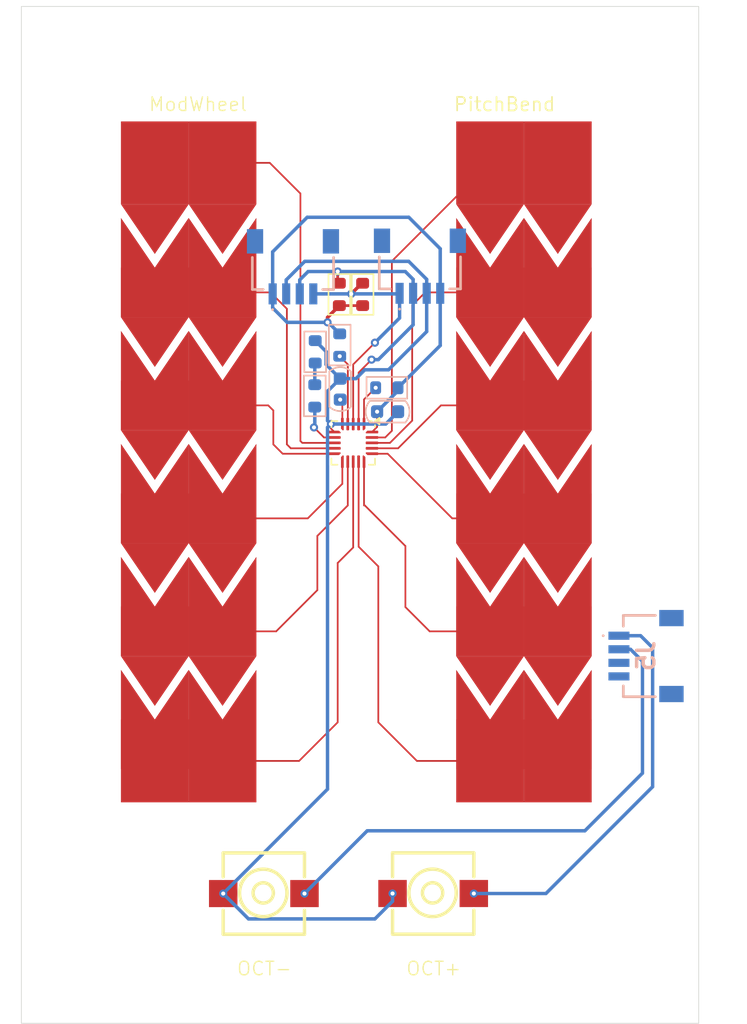
<source format=kicad_pcb>
(kicad_pcb (version 20241229) (generator "pcbnew") (generator_version "9.0")
  (layers (0 "F.Cu" signal) (2 "B.Cu" signal) (13 "F.Paste" user) (15 "B.Paste" user) (5 "F.SilkS" user "F.Silkscreen") (7 "B.SilkS" user "B.Silkscreen") (1 "F.Mask" user) (3 "B.Mask" user) (25 "Edge.Cuts" user))
  (net 0 "")
  (net 1 "GND")
  (net 2 "+3.3V")
  (net 3 "Net-(U1-VREG)")
  (net 4 "Net-(J1-Pin_6)")
  (net 5 "Net-(J1-Pin_5)")
  (net 6 "Net-(J1-Pin_3)")
  (net 7 "Net-(J1-Pin_4)")
  (net 8 "Net-(J1-Pin_1)")
  (net 9 "Net-(J1-Pin_2)")
  (net 10 "Net-(J2-Pin_6)")
  (net 11 "Net-(J2-Pin_1)")
  (net 12 "Net-(J2-Pin_5)")
  (net 13 "Net-(J2-Pin_2)")
  (net 14 "Net-(J2-Pin_3)")
  (net 15 "Net-(J2-Pin_4)")
  (net 16 "/SDA")
  (net 17 "/SCL")
  (net 18 "Net-(U1-REXT)")
  (net 19 "Net-(R1-Pad2)")
  (net 20 "Net-(U1-~{IRQ})")
  (net 21 "Net-(U1-ADDR)")
  (net 24 "Net-(J5-Pin_1)")
  (net 25 "Net-(J5-Pin_2)")
  (footprint "Package_DFN_QFN:UQFN-20_3x3mm_P0.4mm" (layer "F.Cu") (at 99.645 98.64 -90)
    (property "Reference" "U1" (hide yes))
    (property "Value" "MPR121QR2")
    (fp_line (start -1.61 1.61) (end -1.61 1.16) (stroke (width 0.12)) (layer "F.SilkS"))
    (fp_line (start -1.16 1.61) (end -1.61 1.61) (stroke (width 0.12)) (layer "F.SilkS"))
    (fp_line (start 1.16 1.61) (end 1.61 1.61) (stroke (width 0.12)) (layer "F.SilkS"))
    (fp_line (start 1.61 1.61) (end 1.61 1.16) (stroke (width 0.12)) (layer "F.SilkS"))
    (fp_line (start -1.61 -1.16) (end -1.61 -1.37) (stroke (width 0.12)) (layer "F.SilkS"))
    (fp_line (start -1.16 -1.61) (end -1.31 -1.61) (stroke (width 0.12)) (layer "F.SilkS"))
    (fp_line (start 1.16 -1.61) (end 1.61 -1.61) (stroke (width 0.12)) (layer "F.SilkS"))
    (fp_line (start 1.61 -1.61) (end 1.61 -1.16) (stroke (width 0.12)) (layer "F.SilkS"))
    (fp_poly (pts (xy -1.61 -1.61) (xy -1.85 -1.94) (xy -1.37 -1.94) (xy -1.61 -1.61)) (stroke (width 0.12)) (fill yes) (layer "F.SilkS"))
    (pad "1" smd custom (at -1.3875 -0.8 270) (size 0.115147 0.115147) (layers "F.Cu" "F.Mask" "F.Paste") (net 20 "Net-(U1-~{IRQ})") (options (clearance outline) (anchor circle)) (primitives (gr_poly (pts (xy -0.4225 -0.06) (xy 0.325931 -0.06) (xy 0.4225 0.036569) (xy 0.4225 0.06) (xy -0.4225 0.06)) (width 0.08) (fill yes))))
    (pad "2" smd roundrect (at -1.3875 -0.4 270) (size 0.925 0.2) (layers "F.Cu" "F.Mask" "F.Paste") (net 17 "/SCL"))
    (pad "3" smd roundrect (at -1.3875 0 270) (size 0.925 0.2) (layers "F.Cu" "F.Mask" "F.Paste") (net 16 "/SDA"))
    (pad "4" smd roundrect (at -1.3875 0.4 270) (size 0.925 0.2) (layers "F.Cu" "F.Mask" "F.Paste") (net 21 "Net-(U1-ADDR)"))
    (pad "5" smd custom (at -1.3875 0.8 270) (size 0.115147 0.115147) (layers "F.Cu" "F.Mask" "F.Paste") (net 3 "Net-(U1-VREG)") (options (clearance outline) (anchor circle)) (primitives (gr_poly (pts (xy -0.4225 -0.06) (xy 0.4225 -0.06) (xy 0.4225 -0.036569) (xy 0.325931 0.06) (xy -0.4225 0.06)) (width 0.08) (fill yes))))
    (pad "6" smd custom (at -0.8 1.3875 270) (size 0.115147 0.115147) (layers "F.Cu" "F.Mask" "F.Paste") (net 1 "GND") (options (clearance outline) (anchor circle)) (primitives (gr_poly (pts (xy -0.06 -0.325931) (xy 0.036569 -0.4225) (xy 0.06 -0.4225) (xy 0.06 0.4225) (xy -0.06 0.4225)) (width 0.08) (fill yes))))
    (pad "7" smd roundrect (at -0.4 1.3875 270) (size 0.2 0.925) (layers "F.Cu" "F.Mask" "F.Paste") (net 18 "Net-(U1-REXT)"))
    (pad "8" smd roundrect (at 0 1.3875 270) (size 0.2 0.925) (layers "F.Cu" "F.Mask" "F.Paste") (net 4 "Net-(J1-Pin_6)"))
    (pad "9" smd roundrect (at 0.4 1.3875 270) (size 0.2 0.925) (layers "F.Cu" "F.Mask" "F.Paste") (net 5 "Net-(J1-Pin_5)"))
    (pad "10" smd custom (at 0.8 1.3875 270) (size 0.115147 0.115147) (layers "F.Cu" "F.Mask" "F.Paste") (net 7 "Net-(J1-Pin_4)") (options (clearance outline) (anchor circle)) (primitives (gr_poly (pts (xy -0.06 -0.4225) (xy -0.036569 -0.4225) (xy 0.06 -0.325931) (xy 0.06 0.4225) (xy -0.06 0.4225)) (width 0.08) (fill yes))))
    (pad "11" smd custom (at 1.3875 0.8 270) (size 0.115147 0.115147) (layers "F.Cu" "F.Mask" "F.Paste") (net 6 "Net-(J1-Pin_3)") (options (clearance outline) (anchor circle)) (primitives (gr_poly (pts (xy -0.4225 -0.06) (xy 0.4225 -0.06) (xy 0.4225 0.06) (xy -0.325931 0.06) (xy -0.4225 -0.036569)) (width 0.08) (fill yes))))
    (pad "12" smd roundrect (at 1.3875 0.4 270) (size 0.925 0.2) (layers "F.Cu" "F.Mask" "F.Paste") (net 9 "Net-(J1-Pin_2)"))
    (pad "13" smd roundrect (at 1.3875 0 270) (size 0.925 0.2) (layers "F.Cu" "F.Mask" "F.Paste") (net 8 "Net-(J1-Pin_1)"))
    (pad "14" smd roundrect (at 1.3875 -0.4 270) (size 0.925 0.2) (layers "F.Cu" "F.Mask" "F.Paste") (net 11 "Net-(J2-Pin_1)"))
    (pad "15" smd custom (at 1.3875 -0.8 270) (size 0.115147 0.115147) (layers "F.Cu" "F.Mask" "F.Paste") (net 13 "Net-(J2-Pin_2)") (options (clearance outline) (anchor circle)) (primitives (gr_poly (pts (xy -0.4225 0.036569) (xy -0.325931 -0.06) (xy 0.4225 -0.06) (xy 0.4225 0.06) (xy -0.4225 0.06)) (width 0.08) (fill yes))))
    (pad "16" smd custom (at 0.8 -1.3875 270) (size 0.115147 0.115147) (layers "F.Cu" "F.Mask" "F.Paste") (net 14 "Net-(J2-Pin_3)") (options (clearance outline) (anchor circle)) (primitives (gr_poly (pts (xy -0.06 -0.4225) (xy 0.06 -0.4225) (xy 0.06 0.325931) (xy -0.036569 0.4225) (xy -0.06 0.4225)) (width 0.08) (fill yes))))
    (pad "17" smd roundrect (at 0.4 -1.3875 270) (size 0.2 0.925) (layers "F.Cu" "F.Mask" "F.Paste") (net 15 "Net-(J2-Pin_4)"))
    (pad "18" smd roundrect (at 0 -1.3875 270) (size 0.2 0.925) (layers "F.Cu" "F.Mask" "F.Paste") (net 12 "Net-(J2-Pin_5)"))
    (pad "19" smd roundrect (at -0.4 -1.3875 270) (size 0.2 0.925) (layers "F.Cu" "F.Mask" "F.Paste") (net 10 "Net-(J2-Pin_6)"))
    (pad "20" smd custom (at -0.8 -1.3875 270) (size 0.115147 0.115147) (layers "F.Cu" "F.Mask" "F.Paste") (net 2 "+3.3V") (options (clearance outline) (anchor circle)) (primitives (gr_poly (pts (xy -0.06 -0.4225) (xy 0.06 -0.4225) (xy 0.06 0.4225) (xy 0.036569 0.4225) (xy -0.06 0.325931)) (width 0.08) (fill yes))))
  )
  (footprint "MountingHole:MountingHole_3.2mm_M3" (layer "F.Cu") (at 80.15 69.45)
    (property "Reference" "H1" (hide yes))
    (property "Value" "MountingHole_M3")
    (pad "" np_thru_hole circle (at 0 0) (size 3.2 3.2) (drill 3.2) (layers "*.Cu" "*.Mask"))
  )
  (footprint "PCM_Resistor_SMD_AKL:R_0603_1608Metric" (layer "F.Cu") (at 100.34175 87.69 90)
    (property "Reference" "R5" (hide yes))
    (property "Value" "10k" (hide yes))
    (fp_line (start 1.5 -0.8) (end -1.5 -0.8) (stroke (width 0.12)) (layer "F.SilkS"))
    (fp_line (start -1.5 -0.8) (end -1.5 0.8) (stroke (width 0.12)) (layer "F.SilkS"))
    (fp_line (start 1.5 0.8) (end 1.5 -0.8) (stroke (width 0.12)) (layer "F.SilkS"))
    (fp_line (start -1.5 0.8) (end 1.5 0.8) (stroke (width 0.12)) (layer "F.SilkS"))
    (pad "1" smd roundrect (at -0.825 0 90) (size 0.8 0.95) (layers "F.Cu" "F.Mask" "F.Paste") (net 2 "+3.3V"))
    (pad "2" smd roundrect (at 0.825 0 90) (size 0.8 0.95) (layers "F.Cu" "F.Mask" "F.Paste") (net 16 "/SDA"))
  )
  (footprint "1MyLibrary:KEY-SMD_2P-L6.0-W6.0-P6.00" (layer "F.Cu") (at 105.55 131.877)
    (property "Reference" "SW1" (hide yes))
    (property "Value" "OCT+")
    (fp_line (start -3 -3) (end -3 -1.231) (stroke (width 0.254)) (layer "F.SilkS"))
    (fp_line (start -3 1.231) (end -3 3) (stroke (width 0.254)) (layer "F.SilkS"))
    (fp_line (start -3 3) (end 3 3) (stroke (width 0.254)) (layer "F.SilkS"))
    (fp_line (start 3 -3) (end -3 -3) (stroke (width 0.254)) (layer "F.SilkS"))
    (fp_line (start 3 -1.231) (end 3 -3) (stroke (width 0.254)) (layer "F.SilkS"))
    (fp_line (start 3 3) (end 3 1.231) (stroke (width 0.254)) (layer "F.SilkS"))
    (fp_circle (center -0.044 -0.0485) (end 0.705 -0.0485) (stroke (width 0.254)) (fill no) (layer "F.SilkS"))
    (fp_circle (center -0.044 -0.0485) (end 1.706 -0.0485) (stroke (width 0.254)) (fill no) (layer "F.SilkS"))
    (pad "1" smd rect (at -3 0) (size 2.1 2) (layers "F.Cu" "F.Mask" "F.Paste") (net 1 "GND"))
    (pad "2" smd rect (at 3 0) (size 2.1 2) (layers "F.Cu" "F.Mask" "F.Paste") (net 24 "Net-(J5-Pin_1)"))
  )
  (footprint "PCM_Resistor_SMD_AKL:R_0603_1608Metric" (layer "F.Cu") (at 98.62175 87.69 90)
    (property "Reference" "R6" (hide yes))
    (property "Value" "10k" (hide yes))
    (fp_line (start 1.5 -0.8) (end -1.5 -0.8) (stroke (width 0.12)) (layer "F.SilkS"))
    (fp_line (start -1.5 -0.8) (end -1.5 0.8) (stroke (width 0.12)) (layer "F.SilkS"))
    (fp_line (start 1.5 0.8) (end 1.5 -0.8) (stroke (width 0.12)) (layer "F.SilkS"))
    (fp_line (start -1.5 0.8) (end 1.5 0.8) (stroke (width 0.12)) (layer "F.SilkS"))
    (pad "1" smd roundrect (at -0.825 0 90) (size 0.8 0.95) (layers "F.Cu" "F.Mask" "F.Paste") (net 2 "+3.3V"))
    (pad "2" smd roundrect (at 0.825 0 90) (size 0.8 0.95) (layers "F.Cu" "F.Mask" "F.Paste") (net 17 "/SCL"))
  )
  (footprint "MountingHole:MountingHole_3.2mm_M3" (layer "F.Cu") (at 80.15 136.45)
    (property "Reference" "H3" (hide yes))
    (property "Value" "MountingHole_M3")
    (pad "" np_thru_hole circle (at 0 0) (size 3.2 3.2) (drill 3.2) (layers "*.Cu" "*.Mask"))
  )
  (footprint "MountingHole:MountingHole_3.2mm_M3" (layer "F.Cu") (at 122.15 136.45)
    (property "Reference" "H4" (hide yes))
    (property "Value" "MountingHole_M3")
    (pad "" np_thru_hole circle (at 0 0) (size 3.2 3.2) (drill 3.2) (layers "*.Cu" "*.Mask"))
  )
  (footprint "1MyLibrary:TouchSlider-6_50x10mm" (layer "F.Cu") (at 112.25 100.041668 90)
    (property "Reference" "J2" (hide yes))
    (property "Value" "PitchBend")
    (pad "1" smd rect (at -22.055555 -2.5 90) (size 6.111111 5) (layers "F.Cu" "F.Mask") (net 11 "Net-(J2-Pin_1)"))
    (pad "1" smd rect (at -22.055555 2.5 90) (size 6.111111 5) (layers "F.Cu" "F.Mask") (net 11 "Net-(J2-Pin_1)"))
    (pad "1" smd trapezoid (at -19 -3.75 90) (size 3.666666 2.5) (rect_delta 0 -3.666666) (layers "F.Cu" "F.Mask") (net 11 "Net-(J2-Pin_1)"))
    (pad "1" smd trapezoid (at -19 -1.25 90) (size 3.666666 2.5) (rect_delta 0 3.666666) (layers "F.Cu" "F.Mask") (net 11 "Net-(J2-Pin_1)"))
    (pad "1" smd trapezoid (at -19 1.25 90) (size 3.666666 2.5) (rect_delta 0 -3.666666) (layers "F.Cu" "F.Mask") (net 11 "Net-(J2-Pin_1)"))
    (pad "1" smd trapezoid (at -19 3.75 90) (size 3.666666 2.5) (rect_delta 0 3.666666) (layers "F.Cu" "F.Mask") (net 11 "Net-(J2-Pin_1)"))
    (pad "2" smd trapezoid (at -16.166666 -2.5 90) (size 3.666666 2.5) (rect_delta -2.5 0) (layers "F.Cu" "F.Mask") (net 13 "Net-(J2-Pin_2)"))
    (pad "2" smd trapezoid (at -16.166666 2.5 90) (size 3.666666 2.5) (rect_delta -2.5 0) (layers "F.Cu" "F.Mask") (net 13 "Net-(J2-Pin_2)"))
    (pad "2" smd rect (at -12.5 -2.5 90) (size 3.666666 5) (layers "F.Cu" "F.Mask") (net 13 "Net-(J2-Pin_2)"))
    (pad "2" smd rect (at -12.5 2.5 90) (size 3.666666 5) (layers "F.Cu" "F.Mask") (net 13 "Net-(J2-Pin_2)"))
    (pad "2" smd trapezoid (at -10.666667 -3.75 90) (size 3.666666 2.5) (rect_delta 0 -3.666666) (layers "F.Cu" "F.Mask") (net 13 "Net-(J2-Pin_2)"))
    (pad "2" smd trapezoid (at -10.666667 -1.25 90) (size 3.666666 2.5) (rect_delta 0 3.666666) (layers "F.Cu" "F.Mask") (net 13 "Net-(J2-Pin_2)"))
    (pad "2" smd trapezoid (at -10.666667 1.25 90) (size 3.666666 2.5) (rect_delta 0 -3.666666) (layers "F.Cu" "F.Mask") (net 13 "Net-(J2-Pin_2)"))
    (pad "2" smd trapezoid (at -10.666667 3.75 90) (size 3.666666 2.5) (rect_delta 0 3.666666) (layers "F.Cu" "F.Mask") (net 13 "Net-(J2-Pin_2)"))
    (pad "3" smd trapezoid (at -7.833333 -2.5 90) (size 3.666666 2.5) (rect_delta -2.5 0) (layers "F.Cu" "F.Mask") (net 14 "Net-(J2-Pin_3)"))
    (pad "3" smd trapezoid (at -7.833333 2.5 90) (size 3.666666 2.5) (rect_delta -2.5 0) (layers "F.Cu" "F.Mask") (net 14 "Net-(J2-Pin_3)"))
    (pad "3" smd rect (at -4.166667 -2.5 90) (size 3.666666 5) (layers "F.Cu" "F.Mask") (net 14 "Net-(J2-Pin_3)"))
    (pad "3" smd rect (at -4.166667 2.5 90) (size 3.666666 5) (layers "F.Cu" "F.Mask") (net 14 "Net-(J2-Pin_3)"))
    (pad "3" smd trapezoid (at -2.333334 -3.75 90) (size 3.666666 2.5) (rect_delta 0 -3.666666) (layers "F.Cu" "F.Mask") (net 14 "Net-(J2-Pin_3)"))
    (pad "3" smd trapezoid (at -2.333334 -1.25 90) (size 3.666666 2.5) (rect_delta 0 3.666666) (layers "F.Cu" "F.Mask") (net 14 "Net-(J2-Pin_3)"))
    (pad "3" smd trapezoid (at -2.333334 1.25 90) (size 3.666666 2.5) (rect_delta 0 -3.666666) (layers "F.Cu" "F.Mask") (net 14 "Net-(J2-Pin_3)"))
    (pad "3" smd trapezoid (at -2.333334 3.75 90) (size 3.666666 2.5) (rect_delta 0 3.666666) (layers "F.Cu" "F.Mask") (net 14 "Net-(J2-Pin_3)"))
    (pad "4" smd trapezoid (at 0.5 -2.5 90) (size 3.666666 2.5) (rect_delta -2.5 0) (layers "F.Cu" "F.Mask") (net 15 "Net-(J2-Pin_4)"))
    (pad "4" smd trapezoid (at 0.5 2.5 90) (size 3.666666 2.5) (rect_delta -2.5 0) (layers "F.Cu" "F.Mask") (net 15 "Net-(J2-Pin_4)"))
    (pad "4" smd rect (at 4.166666 -2.5 90) (size 3.666666 5) (layers "F.Cu" "F.Mask") (net 15 "Net-(J2-Pin_4)"))
    (pad "4" smd rect (at 4.166666 2.5 90) (size 3.666666 5) (layers "F.Cu" "F.Mask") (net 15 "Net-(J2-Pin_4)"))
    (pad "4" smd trapezoid (at 5.999999 -3.75 90) (size 3.666666 2.5) (rect_delta 0 -3.666666) (layers "F.Cu" "F.Mask") (net 15 "Net-(J2-Pin_4)"))
    (pad "4" smd trapezoid (at 5.999999 -1.25 90) (size 3.666666 2.5) (rect_delta 0 3.666666) (layers "F.Cu" "F.Mask") (net 15 "Net-(J2-Pin_4)"))
    (pad "4" smd trapezoid (at 5.999999 1.25 90) (size 3.666666 2.5) (rect_delta 0 -3.666666) (layers "F.Cu" "F.Mask") (net 15 "Net-(J2-Pin_4)"))
    (pad "4" smd trapezoid (at 5.999999 3.75 90) (size 3.666666 2.5) (rect_delta 0 3.666666) (layers "F.Cu" "F.Mask") (net 15 "Net-(J2-Pin_4)"))
    (pad "5" smd trapezoid (at 8.833333 -2.5 90) (size 3.666666 2.5) (rect_delta -2.5 0) (layers "F.Cu" "F.Mask") (net 12 "Net-(J2-Pin_5)"))
    (pad "5" smd trapezoid (at 8.833333 2.5 90) (size 3.666666 2.5) (rect_delta -2.5 0) (layers "F.Cu" "F.Mask") (net 12 "Net-(J2-Pin_5)"))
    (pad "5" smd rect (at 12.499999 -2.5 90) (size 3.666666 5) (layers "F.Cu" "F.Mask") (net 12 "Net-(J2-Pin_5)"))
    (pad "5" smd rect (at 12.499999 2.5 90) (size 3.666666 5) (layers "F.Cu" "F.Mask") (net 12 "Net-(J2-Pin_5)"))
    (pad "5" smd trapezoid (at 14.333332 -3.75 90) (size 3.666666 2.5) (rect_delta 0 -3.666666) (layers "F.Cu" "F.Mask") (net 12 "Net-(J2-Pin_5)"))
    (pad "5" smd trapezoid (at 14.333332 -1.25 90) (size 3.666666 2.5) (rect_delta 0 3.666666) (layers "F.Cu" "F.Mask") (net 12 "Net-(J2-Pin_5)"))
    (pad "5" smd trapezoid (at 14.333332 1.25 90) (size 3.666666 2.5) (rect_delta 0 -3.666666) (layers "F.Cu" "F.Mask") (net 12 "Net-(J2-Pin_5)"))
    (pad "5" smd trapezoid (at 14.333332 3.75 90) (size 3.666666 2.5) (rect_delta 0 3.666666) (layers "F.Cu" "F.Mask") (net 12 "Net-(J2-Pin_5)"))
    (pad "6" smd trapezoid (at 17.166666 -2.5 90) (size 3.666666 2.5) (rect_delta -2.5 0) (layers "F.Cu" "F.Mask") (net 10 "Net-(J2-Pin_6)"))
    (pad "6" smd trapezoid (at 17.166666 2.5 90) (size 3.666666 2.5) (rect_delta -2.5 0) (layers "F.Cu" "F.Mask") (net 10 "Net-(J2-Pin_6)"))
    (pad "6" smd rect (at 22.055554 -2.5 90) (size 6.11111 5) (layers "F.Cu" "F.Mask") (net 10 "Net-(J2-Pin_6)"))
    (pad "6" smd rect (at 22.055554 2.5 90) (size 6.11111 5) (layers "F.Cu" "F.Mask") (net 10 "Net-(J2-Pin_6)"))
  )
  (footprint "1MyLibrary:TouchSlider-6_50x10mm" (layer "F.Cu") (at 87.5 100.041668 90)
    (property "Reference" "J1" (hide yes))
    (property "Value" "ModWheel")
    (pad "1" smd rect (at -22.055555 -2.5 90) (size 6.111111 5) (layers "F.Cu" "F.Mask") (net 8 "Net-(J1-Pin_1)"))
    (pad "1" smd rect (at -22.055555 2.5 90) (size 6.111111 5) (layers "F.Cu" "F.Mask") (net 8 "Net-(J1-Pin_1)"))
    (pad "1" smd trapezoid (at -19 -3.75 90) (size 3.666666 2.5) (rect_delta 0 -3.666666) (layers "F.Cu" "F.Mask") (net 8 "Net-(J1-Pin_1)"))
    (pad "1" smd trapezoid (at -19 -1.25 90) (size 3.666666 2.5) (rect_delta 0 3.666666) (layers "F.Cu" "F.Mask") (net 8 "Net-(J1-Pin_1)"))
    (pad "1" smd trapezoid (at -19 1.25 90) (size 3.666666 2.5) (rect_delta 0 -3.666666) (layers "F.Cu" "F.Mask") (net 8 "Net-(J1-Pin_1)"))
    (pad "1" smd trapezoid (at -19 3.75 90) (size 3.666666 2.5) (rect_delta 0 3.666666) (layers "F.Cu" "F.Mask") (net 8 "Net-(J1-Pin_1)"))
    (pad "2" smd trapezoid (at -16.166666 -2.5 90) (size 3.666666 2.5) (rect_delta -2.5 0) (layers "F.Cu" "F.Mask") (net 9 "Net-(J1-Pin_2)"))
    (pad "2" smd trapezoid (at -16.166666 2.5 90) (size 3.666666 2.5) (rect_delta -2.5 0) (layers "F.Cu" "F.Mask") (net 9 "Net-(J1-Pin_2)"))
    (pad "2" smd rect (at -12.5 -2.5 90) (size 3.666666 5) (layers "F.Cu" "F.Mask") (net 9 "Net-(J1-Pin_2)"))
    (pad "2" smd rect (at -12.5 2.5 90) (size 3.666666 5) (layers "F.Cu" "F.Mask") (net 9 "Net-(J1-Pin_2)"))
    (pad "2" smd trapezoid (at -10.666667 -3.75 90) (size 3.666666 2.5) (rect_delta 0 -3.666666) (layers "F.Cu" "F.Mask") (net 9 "Net-(J1-Pin_2)"))
    (pad "2" smd trapezoid (at -10.666667 -1.25 90) (size 3.666666 2.5) (rect_delta 0 3.666666) (layers "F.Cu" "F.Mask") (net 9 "Net-(J1-Pin_2)"))
    (pad "2" smd trapezoid (at -10.666667 1.25 90) (size 3.666666 2.5) (rect_delta 0 -3.666666) (layers "F.Cu" "F.Mask") (net 9 "Net-(J1-Pin_2)"))
    (pad "2" smd trapezoid (at -10.666667 3.75 90) (size 3.666666 2.5) (rect_delta 0 3.666666) (layers "F.Cu" "F.Mask") (net 9 "Net-(J1-Pin_2)"))
    (pad "3" smd trapezoid (at -7.833333 -2.5 90) (size 3.666666 2.5) (rect_delta -2.5 0) (layers "F.Cu" "F.Mask") (net 6 "Net-(J1-Pin_3)"))
    (pad "3" smd trapezoid (at -7.833333 2.5 90) (size 3.666666 2.5) (rect_delta -2.5 0) (layers "F.Cu" "F.Mask") (net 6 "Net-(J1-Pin_3)"))
    (pad "3" smd rect (at -4.166667 -2.5 90) (size 3.666666 5) (layers "F.Cu" "F.Mask") (net 6 "Net-(J1-Pin_3)"))
    (pad "3" smd rect (at -4.166667 2.5 90) (size 3.666666 5) (layers "F.Cu" "F.Mask") (net 6 "Net-(J1-Pin_3)"))
    (pad "3" smd trapezoid (at -2.333334 -3.75 90) (size 3.666666 2.5) (rect_delta 0 -3.666666) (layers "F.Cu" "F.Mask") (net 6 "Net-(J1-Pin_3)"))
    (pad "3" smd trapezoid (at -2.333334 -1.25 90) (size 3.666666 2.5) (rect_delta 0 3.666666) (layers "F.Cu" "F.Mask") (net 6 "Net-(J1-Pin_3)"))
    (pad "3" smd trapezoid (at -2.333334 1.25 90) (size 3.666666 2.5) (rect_delta 0 -3.666666) (layers "F.Cu" "F.Mask") (net 6 "Net-(J1-Pin_3)"))
    (pad "3" smd trapezoid (at -2.333334 3.75 90) (size 3.666666 2.5) (rect_delta 0 3.666666) (layers "F.Cu" "F.Mask") (net 6 "Net-(J1-Pin_3)"))
    (pad "4" smd trapezoid (at 0.5 -2.5 90) (size 3.666666 2.5) (rect_delta -2.5 0) (layers "F.Cu" "F.Mask") (net 7 "Net-(J1-Pin_4)"))
    (pad "4" smd trapezoid (at 0.5 2.5 90) (size 3.666666 2.5) (rect_delta -2.5 0) (layers "F.Cu" "F.Mask") (net 7 "Net-(J1-Pin_4)"))
    (pad "4" smd rect (at 4.166666 -2.5 90) (size 3.666666 5) (layers "F.Cu" "F.Mask") (net 7 "Net-(J1-Pin_4)"))
    (pad "4" smd rect (at 4.166666 2.5 90) (size 3.666666 5) (layers "F.Cu" "F.Mask") (net 7 "Net-(J1-Pin_4)"))
    (pad "4" smd trapezoid (at 5.999999 -3.75 90) (size 3.666666 2.5) (rect_delta 0 -3.666666) (layers "F.Cu" "F.Mask") (net 7 "Net-(J1-Pin_4)"))
    (pad "4" smd trapezoid (at 5.999999 -1.25 90) (size 3.666666 2.5) (rect_delta 0 3.666666) (layers "F.Cu" "F.Mask") (net 7 "Net-(J1-Pin_4)"))
    (pad "4" smd trapezoid (at 5.999999 1.25 90) (size 3.666666 2.5) (rect_delta 0 -3.666666) (layers "F.Cu" "F.Mask") (net 7 "Net-(J1-Pin_4)"))
    (pad "4" smd trapezoid (at 5.999999 3.75 90) (size 3.666666 2.5) (rect_delta 0 3.666666) (layers "F.Cu" "F.Mask") (net 7 "Net-(J1-Pin_4)"))
    (pad "5" smd trapezoid (at 8.833333 -2.5 90) (size 3.666666 2.5) (rect_delta -2.5 0) (layers "F.Cu" "F.Mask") (net 5 "Net-(J1-Pin_5)"))
    (pad "5" smd trapezoid (at 8.833333 2.5 90) (size 3.666666 2.5) (rect_delta -2.5 0) (layers "F.Cu" "F.Mask") (net 5 "Net-(J1-Pin_5)"))
    (pad "5" smd rect (at 12.499999 -2.5 90) (size 3.666666 5) (layers "F.Cu" "F.Mask") (net 5 "Net-(J1-Pin_5)"))
    (pad "5" smd rect (at 12.499999 2.5 90) (size 3.666666 5) (layers "F.Cu" "F.Mask") (net 5 "Net-(J1-Pin_5)"))
    (pad "5" smd trapezoid (at 14.333332 -3.75 90) (size 3.666666 2.5) (rect_delta 0 -3.666666) (layers "F.Cu" "F.Mask") (net 5 "Net-(J1-Pin_5)"))
    (pad "5" smd trapezoid (at 14.333332 -1.25 90) (size 3.666666 2.5) (rect_delta 0 3.666666) (layers "F.Cu" "F.Mask") (net 5 "Net-(J1-Pin_5)"))
    (pad "5" smd trapezoid (at 14.333332 1.25 90) (size 3.666666 2.5) (rect_delta 0 -3.666666) (layers "F.Cu" "F.Mask") (net 5 "Net-(J1-Pin_5)"))
    (pad "5" smd trapezoid (at 14.333332 3.75 90) (size 3.666666 2.5) (rect_delta 0 3.666666) (layers "F.Cu" "F.Mask") (net 5 "Net-(J1-Pin_5)"))
    (pad "6" smd trapezoid (at 17.166666 -2.5 90) (size 3.666666 2.5) (rect_delta -2.5 0) (layers "F.Cu" "F.Mask") (net 4 "Net-(J1-Pin_6)"))
    (pad "6" smd trapezoid (at 17.166666 2.5 90) (size 3.666666 2.5) (rect_delta -2.5 0) (layers "F.Cu" "F.Mask") (net 4 "Net-(J1-Pin_6)"))
    (pad "6" smd rect (at 22.055554 -2.5 90) (size 6.11111 5) (layers "F.Cu" "F.Mask") (net 4 "Net-(J1-Pin_6)"))
    (pad "6" smd rect (at 22.055554 2.5 90) (size 6.11111 5) (layers "F.Cu" "F.Mask") (net 4 "Net-(J1-Pin_6)"))
  )
  (footprint "1MyLibrary:KEY-SMD_2P-L6.0-W6.0-P6.00" (layer "F.Cu") (at 93.05 131.881)
    (property "Reference" "SW2" (hide yes))
    (property "Value" "OCT-")
    (fp_line (start -3 -3) (end -3 -1.231) (stroke (width 0.254)) (layer "F.SilkS"))
    (fp_line (start -3 1.231) (end -3 3) (stroke (width 0.254)) (layer "F.SilkS"))
    (fp_line (start -3 3) (end 3 3) (stroke (width 0.254)) (layer "F.SilkS"))
    (fp_line (start 3 -3) (end -3 -3) (stroke (width 0.254)) (layer "F.SilkS"))
    (fp_line (start 3 -1.231) (end 3 -3) (stroke (width 0.254)) (layer "F.SilkS"))
    (fp_line (start 3 3) (end 3 1.231) (stroke (width 0.254)) (layer "F.SilkS"))
    (fp_circle (center -0.044 -0.0485) (end 0.705 -0.0485) (stroke (width 0.254)) (fill no) (layer "F.SilkS"))
    (fp_circle (center -0.044 -0.0485) (end 1.706 -0.0485) (stroke (width 0.254)) (fill no) (layer "F.SilkS"))
    (pad "1" smd rect (at -3 0) (size 2.1 2) (layers "F.Cu" "F.Mask" "F.Paste") (net 1 "GND"))
    (pad "2" smd rect (at 3 0) (size 2.1 2) (layers "F.Cu" "F.Mask" "F.Paste") (net 25 "Net-(J5-Pin_2)"))
  )
  (footprint "MountingHole:MountingHole_3.2mm_M3" (layer "F.Cu") (at 122.15 69.45)
    (property "Reference" "H2" (hide yes))
    (property "Value" "MountingHole_M3")
    (pad "" np_thru_hole circle (at 0 0) (size 3.2 3.2) (drill 3.2) (layers "*.Cu" "*.Mask"))
  )
  (footprint "PCM_Resistor_SMD_AKL:R_0603_1608Metric" (layer "B.Cu") (at 96.84 91.925 90)
    (property "Reference" "R2" (hide yes))
    (property "Value" "R_Small" (hide yes))
    (fp_line (start 1.5 -0.8) (end 1.5 0.8) (stroke (width 0.12)) (layer "B.SilkS"))
    (fp_line (start -1.5 -0.8) (end 1.5 -0.8) (stroke (width 0.12)) (layer "B.SilkS"))
    (fp_line (start 1.5 0.8) (end -1.5 0.8) (stroke (width 0.12)) (layer "B.SilkS"))
    (fp_line (start -1.5 0.8) (end -1.5 -0.8) (stroke (width 0.12)) (layer "B.SilkS"))
    (pad "1" smd roundrect (at -0.825 0 90) (size 0.8 0.95) (layers "B.Cu" "B.Mask" "B.Paste") (net 19 "Net-(R1-Pad2)"))
    (pad "2" smd roundrect (at 0.825 0 90) (size 0.8 0.95) (layers "B.Cu" "B.Mask" "B.Paste") (net 1 "GND"))
  )
  (footprint "footprint:SM04BSRSSTB" (layer "B.Cu") (at 104.57 85.322)
    (property "Reference" "J3" (hide yes))
    (property "Value" "Conn_01x04" (hide yes))
    (fp_line (start -3 -0.4) (end -3 1.963) (stroke (width 0.2)) (layer "B.SilkS"))
    (fp_line (start -3 1.963) (end -2.2 1.963) (stroke (width 0.2)) (layer "B.SilkS"))
    (fp_line (start -1.5 3.4) (end -1.5 3.4) (stroke (width 0.1)) (layer "B.SilkS"))
    (fp_line (start -1.5 3.5) (end -1.5 3.5) (stroke (width 0.1)) (layer "B.SilkS"))
    (fp_line (start 3 -0.4) (end 3 1.963) (stroke (width 0.2)) (layer "B.SilkS"))
    (fp_line (start 3 1.963) (end 2.2 1.963) (stroke (width 0.2)) (layer "B.SilkS"))
    (fp_arc (start -1.5 3.4) (mid -1.45 3.45) (end -1.5 3.5) (stroke (width 0.1)) (layer "B.SilkS"))
    (fp_arc (start -1.5 3.5) (mid -1.55 3.45) (end -1.5 3.4) (stroke (width 0.1)) (layer "B.SilkS"))
    (pad "1" smd rect (at -1.5 2.287) (size 0.6 1.55) (layers "B.Cu" "B.Mask" "B.Paste") (net 16 "/SDA"))
    (pad "2" smd rect (at -0.5 2.287) (size 0.6 1.55) (layers "B.Cu" "B.Mask" "B.Paste") (net 17 "/SCL"))
    (pad "3" smd rect (at 0.5 2.287) (size 0.6 1.55) (layers "B.Cu" "B.Mask" "B.Paste") (net 1 "GND"))
    (pad "4" smd rect (at 1.5 2.287) (size 0.6 1.55) (layers "B.Cu" "B.Mask" "B.Paste") (net 2 "+3.3V"))
    (pad "MP1" smd rect (at -2.8 -1.588) (size 1.2 1.8) (layers "B.Cu" "B.Mask" "B.Paste"))
    (pad "MP2" smd rect (at 2.8 -1.588) (size 1.2 1.8) (layers "B.Cu" "B.Mask" "B.Paste"))
  )
  (footprint "PCM_Resistor_SMD_AKL:R_0603_1608Metric" (layer "B.Cu") (at 96.81 95.175 90)
    (property "Reference" "R1" (hide yes))
    (property "Value" "R_Small" (hide yes))
    (fp_line (start 1.5 -0.8) (end 1.5 0.8) (stroke (width 0.12)) (layer "B.SilkS"))
    (fp_line (start -1.5 -0.8) (end 1.5 -0.8) (stroke (width 0.12)) (layer "B.SilkS"))
    (fp_line (start 1.5 0.8) (end -1.5 0.8) (stroke (width 0.12)) (layer "B.SilkS"))
    (fp_line (start -1.5 0.8) (end -1.5 -0.8) (stroke (width 0.12)) (layer "B.SilkS"))
    (pad "1" smd roundrect (at -0.825 0 90) (size 0.8 0.95) (layers "B.Cu" "B.Mask" "B.Paste") (net 18 "Net-(U1-REXT)"))
    (pad "2" smd roundrect (at 0.825 0 90) (size 0.8 0.95) (layers "B.Cu" "B.Mask" "B.Paste") (net 19 "Net-(R1-Pad2)"))
  )
  (footprint "PCM_Capacitor_SMD_AKL:C_0603_1608Metric" (layer "B.Cu") (at 102.185061 96.340002 180)
    (property "Reference" "C1" (hide yes))
    (property "Value" "100nF" (hide yes))
    (fp_line (start 1.3 0.800002) (end -1.3 0.8) (stroke (width 0.12)) (layer "B.SilkS"))
    (fp_line (start -1.3 -0.800002) (end 1.3 -0.8) (stroke (width 0.12)) (layer "B.SilkS"))
    (fp_arc (start 1.3 -0.8) (mid 1.619939 0.000001) (end 1.3 0.800002) (stroke (width 0.12)) (layer "B.SilkS"))
    (fp_arc (start -1.3 0.8) (mid -1.619939 -0.000001) (end -1.3 -0.800002) (stroke (width 0.12)) (layer "B.SilkS"))
    (pad "1" smd roundrect (at -0.775 0 180) (size 0.9 0.95) (layers "B.Cu" "B.Mask" "B.Paste") (net 1 "GND"))
    (pad "2" smd roundrect (at 0.775 0 180) (size 0.9 0.95) (layers "B.Cu" "B.Mask" "B.Paste") (net 2 "+3.3V"))
  )
  (footprint "footprint:SM04BSRSSTB" (layer "B.Cu") (at 95.2 85.363)
    (property "Reference" "J4" (hide yes))
    (property "Value" "Conn_01x04" (hide yes))
    (fp_line (start -3 -0.4) (end -3 1.963) (stroke (width 0.2)) (layer "B.SilkS"))
    (fp_line (start -3 1.963) (end -2.2 1.963) (stroke (width 0.2)) (layer "B.SilkS"))
    (fp_line (start -1.5 3.4) (end -1.5 3.4) (stroke (width 0.1)) (layer "B.SilkS"))
    (fp_line (start -1.5 3.5) (end -1.5 3.5) (stroke (width 0.1)) (layer "B.SilkS"))
    (fp_line (start 3 -0.4) (end 3 1.963) (stroke (width 0.2)) (layer "B.SilkS"))
    (fp_line (start 3 1.963) (end 2.2 1.963) (stroke (width 0.2)) (layer "B.SilkS"))
    (fp_arc (start -1.5 3.4) (mid -1.45 3.45) (end -1.5 3.5) (stroke (width 0.1)) (layer "B.SilkS"))
    (fp_arc (start -1.5 3.5) (mid -1.55 3.45) (end -1.5 3.4) (stroke (width 0.1)) (layer "B.SilkS"))
    (pad "1" smd rect (at -1.5 2.287) (size 0.6 1.55) (layers "B.Cu" "B.Mask" "B.Paste") (net 2 "+3.3V"))
    (pad "2" smd rect (at -0.5 2.287) (size 0.6 1.55) (layers "B.Cu" "B.Mask" "B.Paste") (net 1 "GND"))
    (pad "3" smd rect (at 0.5 2.287) (size 0.6 1.55) (layers "B.Cu" "B.Mask" "B.Paste") (net 17 "/SCL"))
    (pad "4" smd rect (at 1.5 2.287) (size 0.6 1.55) (layers "B.Cu" "B.Mask" "B.Paste") (net 16 "/SDA"))
    (pad "MP1" smd rect (at -2.8 -1.588) (size 1.2 1.8) (layers "B.Cu" "B.Mask" "B.Paste"))
    (pad "MP2" smd rect (at 2.8 -1.588) (size 1.2 1.8) (layers "B.Cu" "B.Mask" "B.Paste"))
  )
  (footprint "PCM_Capacitor_SMD_AKL:C_0603_1608Metric" (layer "B.Cu") (at 98.685061 94.675006 90)
    (property "Reference" "C2" (hide yes))
    (property "Value" "100nF" (hide yes))
    (fp_line (start -1.3 -0.800002) (end 1.3 -0.8) (stroke (width 0.12)) (layer "B.SilkS"))
    (fp_line (start 1.3 0.800002) (end -1.3 0.8) (stroke (width 0.12)) (layer "B.SilkS"))
    (fp_arc (start 1.3 -0.8) (mid 1.619939 0.000001) (end 1.3 0.800002) (stroke (width 0.12)) (layer "B.SilkS"))
    (fp_arc (start -1.3 0.8) (mid -1.619939 -0.000001) (end -1.3 -0.800002) (stroke (width 0.12)) (layer "B.SilkS"))
    (pad "1" smd roundrect (at -0.775 0 90) (size 0.9 0.95) (layers "B.Cu" "B.Mask" "B.Paste") (net 3 "Net-(U1-VREG)"))
    (pad "2" smd roundrect (at 0.775 0 90) (size 0.9 0.95) (layers "B.Cu" "B.Mask" "B.Paste") (net 1 "GND"))
  )
  (footprint "PCM_Resistor_SMD_AKL:R_0603_1608Metric" (layer "B.Cu") (at 98.65 91.425 -90)
    (property "Reference" "R4" (hide yes))
    (property "Value" "10k" (hide yes))
    (fp_line (start -1.5 0.8) (end -1.5 -0.8) (stroke (width 0.12)) (layer "B.SilkS"))
    (fp_line (start 1.5 0.8) (end -1.5 0.8) (stroke (width 0.12)) (layer "B.SilkS"))
    (fp_line (start -1.5 -0.8) (end 1.5 -0.8) (stroke (width 0.12)) (layer "B.SilkS"))
    (fp_line (start 1.5 -0.8) (end 1.5 0.8) (stroke (width 0.12)) (layer "B.SilkS"))
    (pad "1" smd roundrect (at -0.825 0 270) (size 0.8 0.95) (layers "B.Cu" "B.Mask" "B.Paste") (net 2 "+3.3V"))
    (pad "2" smd roundrect (at 0.825 0 270) (size 0.8 0.95) (layers "B.Cu" "B.Mask" "B.Paste") (net 21 "Net-(U1-ADDR)"))
  )
  (footprint "footprint:SM04BSRSSTB" (layer "B.Cu") (at 121.55 114.363 -90)
    (property "Reference" "J5" (at 0 0.288 90) (layer "B.SilkS") (effects (font (size 1.27 1.27) (thickness 0.254)) (justify mirror)))
    (property "Value" "Conn_01x04" (hide yes))
    (fp_line (start -1.5 3.5) (end -1.5 3.5) (stroke (width 0.1)) (layer "B.SilkS"))
    (fp_line (start -1.5 3.4) (end -1.5 3.4) (stroke (width 0.1)) (layer "B.SilkS"))
    (fp_line (start -3 1.963) (end -2.2 1.963) (stroke (width 0.2)) (layer "B.SilkS"))
    (fp_line (start 3 1.963) (end 2.2 1.963) (stroke (width 0.2)) (layer "B.SilkS"))
    (fp_line (start -3 -0.4) (end -3 1.963) (stroke (width 0.2)) (layer "B.SilkS"))
    (fp_line (start 3 -0.4) (end 3 1.963) (stroke (width 0.2)) (layer "B.SilkS"))
    (fp_arc (start -1.5 3.5) (mid -1.55 3.45) (end -1.5 3.4) (stroke (width 0.1)) (layer "B.SilkS"))
    (fp_arc (start -1.5 3.4) (mid -1.45 3.45) (end -1.5 3.5) (stroke (width 0.1)) (layer "B.SilkS"))
    (pad "1" smd rect (at -1.5 2.287 270) (size 0.6 1.55) (layers "B.Cu" "B.Mask" "B.Paste") (net 24 "Net-(J5-Pin_1)"))
    (pad "2" smd rect (at -0.5 2.287 270) (size 0.6 1.55) (layers "B.Cu" "B.Mask" "B.Paste") (net 25 "Net-(J5-Pin_2)"))
    (pad "3" smd rect (at 0.5 2.287 270) (size 0.6 1.55) (layers "B.Cu" "B.Mask" "B.Paste"))
    (pad "4" smd rect (at 1.5 2.287 270) (size 0.6 1.55) (layers "B.Cu" "B.Mask" "B.Paste"))
    (pad "MP1" smd rect (at -2.8 -1.588 270) (size 1.2 1.8) (layers "B.Cu" "B.Mask" "B.Paste"))
    (pad "MP2" smd rect (at 2.8 -1.588 270) (size 1.2 1.8) (layers "B.Cu" "B.Mask" "B.Paste"))
  )
  (footprint "PCM_Resistor_SMD_AKL:R_0603_1608Metric" (layer "B.Cu") (at 102.13 94.575 180)
    (property "Reference" "R3" (hide yes))
    (property "Value" "10k" (hide yes))
    (fp_line (start 1.5 0.8) (end -1.5 0.8) (stroke (width 0.12)) (layer "B.SilkS"))
    (fp_line (start 1.5 -0.8) (end 1.5 0.8) (stroke (width 0.12)) (layer "B.SilkS"))
    (fp_line (start -1.5 0.8) (end -1.5 -0.8) (stroke (width 0.12)) (layer "B.SilkS"))
    (fp_line (start -1.5 -0.8) (end 1.5 -0.8) (stroke (width 0.12)) (layer "B.SilkS"))
    (pad "1" smd roundrect (at -0.825 0 180) (size 0.8 0.95) (layers "B.Cu" "B.Mask" "B.Paste") (net 2 "+3.3V"))
    (pad "2" smd roundrect (at 0.825 0 180) (size 0.8 0.95) (layers "B.Cu" "B.Mask" "B.Paste") (net 20 "Net-(U1-~{IRQ})"))
  )
  (gr_rect (start 75.15 66.45) (end 125.15 141.45) (stroke (width 0.05)) (fill no) (layer "Edge.Cuts"))
  (gr_text "PitchBend" (at 107 74.25 0) (layer "F.SilkS") (effects (font (size 1 1) (thickness 0.125)) (justify left bottom)))
  (gr_text "OCT-" (at 91 138 0) (layer "F.SilkS") (effects (font (size 1 1) (thickness 0.1)) (justify left bottom)))
  (gr_text "OCT+" (at 103.5 138 0) (layer "F.SilkS") (effects (font (size 1 1) (thickness 0.1)) (justify left bottom)))
  (gr_text "ModWheel" (at 84.5 74.25 0) (layer "F.SilkS") (effects (font (size 1 1) (thickness 0.1)) (justify left bottom)))
  (segment (start 98 97.5825) (end 98 97.25) (width 0.127) (layer "F.Cu") (net 1))
  (segment (start 98.2575 97.84) (end 98 97.5825) (width 0.127) (layer "F.Cu") (net 1))
  (via (at 90.05 131.881) (size 0.6) (drill 0.3) (layers "F.Cu" "B.Cu") (net 1))
  (via (at 98 97.25) (size 0.6) (drill 0.3) (layers "F.Cu" "B.Cu") (net 1))
  (via (at 102.55 131.877) (size 0.6) (drill 0.3) (layers "F.Cu" "B.Cu") (net 1))
  (segment (start 99.849994 93.900006) (end 98.685061 93.900006) (width 0.254) (layer "B.Cu") (net 1))
  (segment (start 96.84 91.1) (end 97.643 91.903) (width 0.254) (layer "B.Cu") (net 1))
  (segment (start 97.643 91.903) (end 97.643 92.857945) (width 0.254) (layer "B.Cu") (net 1))
  (segment (start 98.685061 93.900006) (end 97.75 94.835067) (width 0.254) (layer "B.Cu") (net 1))
  (segment (start 97.643 92.857945) (end 98.685061 93.900006) (width 0.254) (layer "B.Cu") (net 1))
  (segment (start 105.07 90.43) (end 102.25 93.25) (width 0.254) (layer "B.Cu") (net 1))
  (segment (start 97.75 124.181) (end 97.75 97.5) (width 0.254) (layer "B.Cu") (net 1))
  (segment (start 90.05 131.881) (end 97.75 124.181) (width 0.254) (layer "B.Cu") (net 1))
  (segment (start 102.25 93.25) (end 100.5 93.25) (width 0.254) (layer "B.Cu") (net 1))
  (segment (start 105.07 86.58) (end 105.07 87.609) (width 0.254) (layer "B.Cu") (net 1))
  (segment (start 102.960061 96.340002) (end 102.050063 97.25) (width 0.254) (layer "B.Cu") (net 1))
  (segment (start 103.74 85.25) (end 105.07 86.58) (width 0.254) (layer "B.Cu") (net 1))
  (segment (start 96.071 85.25) (end 103.74 85.25) (width 0.254) (layer "B.Cu") (net 1))
  (segment (start 100.5 93.25) (end 99.849994 93.900006) (width 0.254) (layer "B.Cu") (net 1))
  (segment (start 102.050063 97.25) (end 98 97.25) (width 0.254) (layer "B.Cu") (net 1))
  (segment (start 105.07 87.609) (end 105.07 90.43) (width 0.254) (layer "B.Cu") (net 1))
  (segment (start 91.919 133.75) (end 90.05 131.881) (width 0.254) (layer "B.Cu") (net 1))
  (segment (start 97.75 94.835067) (end 97.75 97) (width 0.254) (layer "B.Cu") (net 1))
  (segment (start 94.7 86.621) (end 96.071 85.25) (width 0.254) (layer "B.Cu") (net 1))
  (segment (start 97.75 97.5) (end 98 97.25) (width 0.254) (layer "B.Cu") (net 1))
  (segment (start 97.75 97) (end 98 97.25) (width 0.254) (layer "B.Cu") (net 1))
  (segment (start 94.7 87.65) (end 94.7 86.621) (width 0.254) (layer "B.Cu") (net 1))
  (segment (start 102.55 131.877) (end 102.55 132.45) (width 0.254) (layer "B.Cu") (net 1))
  (segment (start 102.55 132.45) (end 101.25 133.75) (width 0.254) (layer "B.Cu") (net 1))
  (segment (start 101.25 133.75) (end 91.919 133.75) (width 0.254) (layer "B.Cu") (net 1))
  (segment (start 97.75 89.38675) (end 98.62175 88.515) (width 0.254) (layer "F.Cu") (net 2))
  (segment (start 98.62175 88.515) (end 100.34175 88.515) (width 0.2) (layer "F.Cu") (net 2))
  (segment (start 101.0325 97.84) (end 101.410061 97.462439) (width 0.127) (layer "F.Cu") (net 2))
  (segment (start 101.410061 97.462439) (end 101.410061 96.340002) (width 0.127) (layer "F.Cu") (net 2))
  (segment (start 97.75 89.75) (end 97.75 89.38675) (width 0.254) (layer "F.Cu") (net 2))
  (via (at 97.75 89.75) (size 0.6) (drill 0.3) (layers "F.Cu" "B.Cu") (net 2))
  (via (at 101.410061 96.340002) (size 0.6) (drill 0.3) (layers "F.Cu" "B.Cu") (net 2))
  (segment (start 96.25 82) (end 93.7 84.55) (width 0.254) (layer "B.Cu") (net 2))
  (segment (start 102.955 94.795063) (end 101.410061 96.340002) (width 0.254) (layer "B.Cu") (net 2))
  (segment (start 102.955 94.575) (end 102.955 94.795063) (width 0.254) (layer "B.Cu") (net 2))
  (segment (start 106.07 91.46) (end 102.955 94.575) (width 0.254) (layer "B.Cu") (net 2))
  (segment (start 106.07 87.609) (end 106.07 84.32) (width 0.254) (layer "B.Cu") (net 2))
  (segment (start 93.7 84.55) (end 93.7 87.65) (width 0.254) (layer "B.Cu") (net 2))
  (segment (start 93.7 88.679) (end 93.7 87.65) (width 0.254) (layer "B.Cu") (net 2))
  (segment (start 94.771 89.75) (end 93.7 88.679) (width 0.254) (layer "B.Cu") (net 2))
  (segment (start 97.75 89.75) (end 94.771 89.75) (width 0.254) (layer "B.Cu") (net 2))
  (segment (start 97.8 89.75) (end 97.75 89.75) (width 0.254) (layer "B.Cu") (net 2))
  (segment (start 103.75 82) (end 96.25 82) (width 0.254) (layer "B.Cu") (net 2))
  (segment (start 106.07 84.32) (end 103.75 82) (width 0.254) (layer "B.Cu") (net 2))
  (segment (start 98.65 90.6) (end 97.8 89.75) (width 0.254) (layer "B.Cu") (net 2))
  (segment (start 106.07 87.609) (end 106.07 91.46) (width 0.254) (layer "B.Cu") (net 2))
  (segment (start 98.845 95.609945) (end 98.685061 95.450006) (width 0.127) (layer "F.Cu") (net 3))
  (segment (start 98.845 97.2525) (end 98.845 95.609945) (width 0.127) (layer "F.Cu") (net 3))
  (via (at 98.685061 95.450006) (size 0.6) (drill 0.3) (layers "F.Cu" "B.Cu") (net 3))
  (segment (start 95.75 80.25) (end 93.486114 77.986114) (width 0.127) (layer "F.Cu") (net 4))
  (segment (start 95.89 98.64) (end 95.75 98.5) (width 0.127) (layer "F.Cu") (net 4))
  (segment (start 98.2575 98.64) (end 95.89 98.64) (width 0.127) (layer "F.Cu") (net 4))
  (segment (start 95.75 98.5) (end 95.75 80.25) (width 0.127) (layer "F.Cu") (net 4))
  (segment (start 93.486114 77.986114) (end 90 77.986114) (width 0.127) (layer "F.Cu") (net 4))
  (segment (start 94.75 88.75) (end 93.541669 87.541669) (width 0.127) (layer "F.Cu") (net 5))
  (segment (start 98.2575 99.04) (end 95.04 99.04) (width 0.127) (layer "F.Cu") (net 5))
  (segment (start 95.04 99.04) (end 94.75 98.75) (width 0.127) (layer "F.Cu") (net 5))
  (segment (start 93.541669 87.541669) (end 90 87.541669) (width 0.127) (layer "F.Cu") (net 5))
  (segment (start 94.75 98.75) (end 94.75 88.75) (width 0.127) (layer "F.Cu") (net 5))
  (segment (start 98.845 101.655) (end 96.291665 104.208335) (width 0.127) (layer "F.Cu") (net 6))
  (segment (start 96.291665 104.208335) (end 90 104.208335) (width 0.127) (layer "F.Cu") (net 6))
  (segment (start 98.845 100.0275) (end 98.845 101.655) (width 0.127) (layer "F.Cu") (net 6))
  (segment (start 93.75 96.25) (end 93.75 98.75) (width 0.127) (layer "F.Cu") (net 7))
  (segment (start 93.375002 95.875002) (end 93.75 96.25) (width 0.127) (layer "F.Cu") (net 7))
  (segment (start 94.44 99.44) (end 98.2575 99.44) (width 0.127) (layer "F.Cu") (net 7))
  (segment (start 90 95.875002) (end 93.375002 95.875002) (width 0.127) (layer "F.Cu") (net 7))
  (segment (start 93.75 98.75) (end 94.44 99.44) (width 0.127) (layer "F.Cu") (net 7))
  (segment (start 99.645 100.0275) (end 99.645 106.355) (width 0.127) (layer "F.Cu") (net 8))
  (segment (start 98.5 119.25) (end 95.652777 122.097223) (width 0.127) (layer "F.Cu") (net 8))
  (segment (start 98.5 107.5) (end 98.5 119.25) (width 0.127) (layer "F.Cu") (net 8))
  (segment (start 99.645 106.355) (end 98.5 107.5) (width 0.127) (layer "F.Cu") (net 8))
  (segment (start 95.652777 122.097223) (end 90 122.097223) (width 0.127) (layer "F.Cu") (net 8))
  (segment (start 93.958332 112.541668) (end 90 112.541668) (width 0.127) (layer "F.Cu") (net 9))
  (segment (start 99.245 100.0275) (end 99.245 103.255) (width 0.127) (layer "F.Cu") (net 9))
  (segment (start 99.245 103.255) (end 97 105.5) (width 0.127) (layer "F.Cu") (net 9))
  (segment (start 97 105.5) (end 97 109.5) (width 0.127) (layer "F.Cu") (net 9))
  (segment (start 97 109.5) (end 93.958332 112.541668) (width 0.127) (layer "F.Cu") (net 9))
  (segment (start 102.5 85.236114) (end 102.5 97.75) (width 0.127) (layer "F.Cu") (net 10))
  (segment (start 109.75 77.986114) (end 102.5 85.236114) (width 0.127) (layer "F.Cu") (net 10))
  (segment (start 102.01 98.24) (end 101.0325 98.24) (width 0.127) (layer "F.Cu") (net 10))
  (segment (start 102.5 97.75) (end 102.01 98.24) (width 0.127) (layer "F.Cu") (net 10))
  (segment (start 101.5 119.25) (end 104.347223 122.097223) (width 0.127) (layer "F.Cu") (net 11))
  (segment (start 101.5 107.75) (end 101.5 119.25) (width 0.127) (layer "F.Cu") (net 11))
  (segment (start 100.045 100.0275) (end 100.045 106.295) (width 0.127) (layer "F.Cu") (net 11))
  (segment (start 100.045 106.295) (end 101.5 107.75) (width 0.127) (layer "F.Cu") (net 11))
  (segment (start 104.347223 122.097223) (end 109.75 122.097223) (width 0.127) (layer "F.Cu") (net 11))
  (segment (start 101.0325 98.64) (end 102.36 98.64) (width 0.127) (layer "F.Cu") (net 12))
  (segment (start 104 88.5) (end 104.958331 87.541669) (width 0.127) (layer "F.Cu") (net 12))
  (segment (start 104.958331 87.541669) (end 109.75 87.541669) (width 0.127) (layer "F.Cu") (net 12))
  (segment (start 102.36 98.64) (end 104 97) (width 0.127) (layer "F.Cu") (net 12))
  (segment (start 104 97) (end 104 88.5) (width 0.127) (layer "F.Cu") (net 12))
  (segment (start 100.5 103.25) (end 103.5 106.25) (width 0.127) (layer "F.Cu") (net 13))
  (segment (start 103.5 106.25) (end 103.5 110.75) (width 0.127) (layer "F.Cu") (net 13))
  (segment (start 100.445 103.25) (end 100.5 103.25) (width 0.127) (layer "F.Cu") (net 13))
  (segment (start 100.445 100.0275) (end 100.445 103.25) (width 0.127) (layer "F.Cu") (net 13))
  (segment (start 103.5 110.75) (end 105.291668 112.541668) (width 0.127) (layer "F.Cu") (net 13))
  (segment (start 105.291668 112.541668) (end 109.75 112.541668) (width 0.127) (layer "F.Cu") (net 13))
  (segment (start 101.0325 99.44) (end 102.19 99.44) (width 0.127) (layer "F.Cu") (net 14))
  (segment (start 102.19 99.44) (end 106.958335 104.208335) (width 0.127) (layer "F.Cu") (net 14))
  (segment (start 106.958335 104.208335) (end 109.75 104.208335) (width 0.127) (layer "F.Cu") (net 14))
  (segment (start 102.96 99.04) (end 101.0325 99.04) (width 0.127) (layer "F.Cu") (net 15))
  (segment (start 109.75 95.875002) (end 106.124998 95.875002) (width 0.127) (layer "F.Cu") (net 15))
  (segment (start 106.124998 95.875002) (end 102.96 99.04) (width 0.127) (layer "F.Cu") (net 15))
  (segment (start 99.645 92.855) (end 99.645 97.2525) (width 0.127) (layer "F.Cu") (net 16))
  (segment (start 100.285 86.865) (end 100.34175 86.865) (width 0.254) (layer "F.Cu") (net 16))
  (segment (start 101.25 91.25) (end 99.645 92.855) (width 0.127) (layer "F.Cu") (net 16))
  (segment (start 99.5 87.65) (end 100.285 86.865) (width 0.254) (layer "F.Cu") (net 16))
  (via (at 99.5 87.65) (size 0.6) (drill 0.3) (layers "F.Cu" "B.Cu") (net 16))
  (via (at 101.25 91.25) (size 0.6) (drill 0.3) (layers "F.Cu" "B.Cu") (net 16))
  (segment (start 103.029 87.65) (end 103.07 87.609) (width 0.254) (layer "B.Cu") (net 16))
  (segment (start 96.7 87.65) (end 99.5 87.65) (width 0.254) (layer "B.Cu") (net 16))
  (segment (start 103.07 89.43) (end 101.25 91.25) (width 0.254) (layer "B.Cu") (net 16))
  (segment (start 99.5 87.65) (end 103.029 87.65) (width 0.254) (layer "B.Cu") (net 16))
  (segment (start 103.07 87.609) (end 103.07 89.43) (width 0.254) (layer "B.Cu") (net 16))
  (segment (start 98.5 86) (end 98.5 86.74325) (width 0.2) (layer "F.Cu") (net 17))
  (segment (start 98.5 86.74325) (end 98.62175 86.865) (width 0.2) (layer "F.Cu") (net 17))
  (segment (start 100.045 93.455) (end 100.045 97.2525) (width 0.127) (layer "F.Cu") (net 17))
  (segment (start 101 92.5) (end 100.045 93.455) (width 0.127) (layer "F.Cu") (net 17))
  (via (at 98.5 86) (size 0.6) (drill 0.3) (layers "F.Cu" "B.Cu") (net 17))
  (via (at 101 92.5) (size 0.6) (drill 0.3) (layers "F.Cu" "B.Cu") (net 17))
  (segment (start 96.321 86) (end 95.7 86.621) (width 0.254) (layer "B.Cu") (net 17))
  (segment (start 98.5 86) (end 103.49 86) (width 0.254) (layer "B.Cu") (net 17))
  (segment (start 95.7 86.621) (end 95.7 87.65) (width 0.254) (layer "B.Cu") (net 17))
  (segment (start 101.5 92.5) (end 104.07 89.93) (width 0.254) (layer "B.Cu") (net 17))
  (segment (start 104.07 86.58) (end 104.07 87.609) (width 0.254) (layer "B.Cu") (net 17))
  (segment (start 103.49 86) (end 104.07 86.58) (width 0.254) (layer "B.Cu") (net 17))
  (segment (start 98.5 86) (end 96.321 86) (width 0.254) (layer "B.Cu") (net 17))
  (segment (start 104.07 89.93) (end 104.07 87.609) (width 0.254) (layer "B.Cu") (net 17))
  (segment (start 101 92.5) (end 101.5 92.5) (width 0.254) (layer "B.Cu") (net 17))
  (segment (start 98.2575 98.24) (end 97.49 98.24) (width 0.127) (layer "F.Cu") (net 18))
  (segment (start 97.49 98.24) (end 96.75 97.5) (width 0.127) (layer "F.Cu") (net 18))
  (via (at 96.75 97.5) (size 0.6) (drill 0.3) (layers "F.Cu" "B.Cu") (net 18))
  (segment (start 96.81 96) (end 96.81 97.44) (width 0.254) (layer "B.Cu") (net 18))
  (segment (start 96.81 97.44) (end 96.75 97.5) (width 0.254) (layer "B.Cu") (net 18))
  (segment (start 96.81 94.35) (end 96.81 92.78) (width 0.254) (layer "B.Cu") (net 19))
  (segment (start 96.81 92.78) (end 96.84 92.75) (width 0.254) (layer "B.Cu") (net 19))
  (segment (start 100.445 95.435) (end 101.305 94.575) (width 0.127) (layer "F.Cu") (net 20))
  (segment (start 100.445 97.2525) (end 100.445 95.435) (width 0.127) (layer "F.Cu") (net 20))
  (via (at 101.305 94.575) (size 0.6) (drill 0.3) (layers "F.Cu" "B.Cu") (net 20))
  (segment (start 99.249561 97.247939) (end 99.249561 92.849561) (width 0.127) (layer "F.Cu") (net 21))
  (segment (start 99.245 97.2525) (end 99.249561 97.247939) (width 0.127) (layer "F.Cu") (net 21))
  (segment (start 99.249561 92.849561) (end 98.65 92.25) (width 0.127) (layer "F.Cu") (net 21))
  (via (at 98.65 92.25) (size 0.6) (drill 0.3) (layers "F.Cu" "B.Cu") (net 21))
  (via (at 108.55 131.877) (size 0.6) (drill 0.3) (layers "F.Cu" "B.Cu") (net 24))
  (segment (start 121.75 124) (end 121.75 113.75) (width 0.254) (layer "B.Cu") (net 24))
  (segment (start 108.55 131.877) (end 113.873 131.877) (width 0.254) (layer "B.Cu") (net 24))
  (segment (start 120.863 112.863) (end 119.263 112.863) (width 0.254) (layer "B.Cu") (net 24))
  (segment (start 121.75 113.75) (end 120.863 112.863) (width 0.254) (layer "B.Cu") (net 24))
  (segment (start 113.873 131.877) (end 121.75 124) (width 0.254) (layer "B.Cu") (net 24))
  (via (at 96.05 131.881) (size 0.6) (drill 0.3) (layers "F.Cu" "B.Cu") (net 25))
  (segment (start 121 114.75) (end 121 123) (width 0.254) (layer "B.Cu") (net 25))
  (segment (start 116.75 127.25) (end 100.681 127.25) (width 0.254) (layer "B.Cu") (net 25))
  (segment (start 121 123) (end 116.75 127.25) (width 0.254) (layer "B.Cu") (net 25))
  (segment (start 119.263 113.863) (end 120.113 113.863) (width 0.254) (layer "B.Cu") (net 25))
  (segment (start 100.681 127.25) (end 96.05 131.881) (width 0.254) (layer "B.Cu") (net 25))
  (segment (start 120.113 113.863) (end 121 114.75) (width 0.254) (layer "B.Cu") (net 25))
)
</source>
